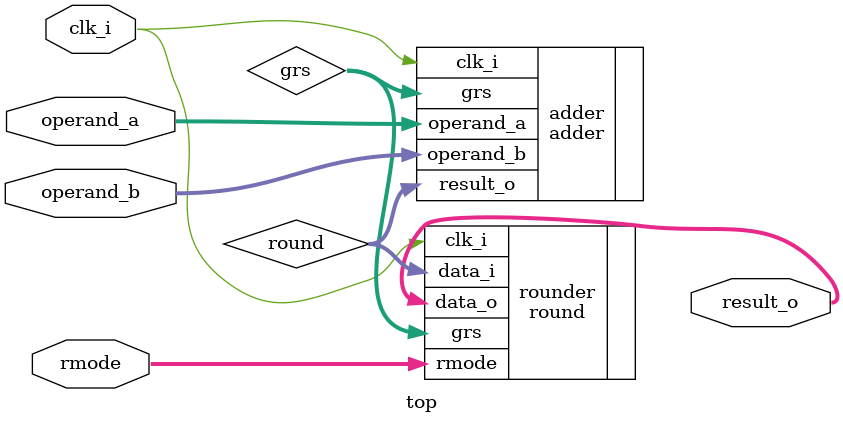
<source format=sv>

`default_nettype none

module top
(
  input logic        clk_i,
  input logic [31:0] operand_a,
  input logic [31:0] operand_b,
  input logic [2 :0] rmode,
  output logic[31:0] result_o
);

  logic [31:0] round;
  logic [2 :0] grs;

  adder adder (
    .clk_i(clk_i),
    .operand_a(operand_a),
    .operand_b(operand_b),
    .grs(grs),
    .result_o (round)
    );

    round rounder (
      .clk_i(clk_i),
      .data_i(round),
      .rmode(rmode),
      .grs(grs),
      .data_o(result_o)
    );
endmodule : top


</source>
